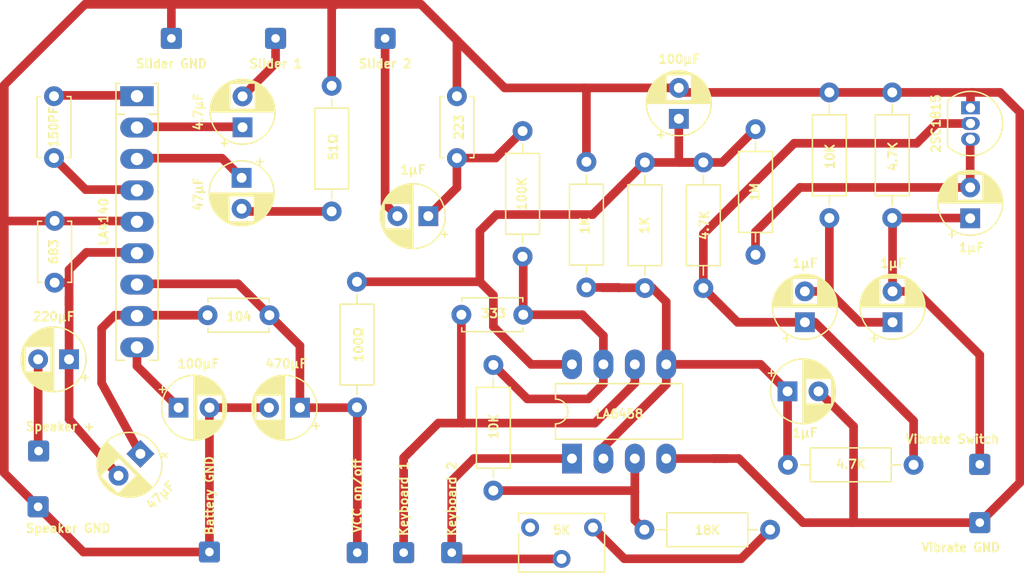
<source format=kicad_pcb>
(kicad_pcb (version 20221018) (generator pcbnew)
  (layers (0 "F.Cu" signal) (31 "B.Cu" signal) (34 "B.Paste" user) (35 "F.Paste" user) (36 "B.SilkS" user "B.Silkscreen") (37 "F.SilkS" user "F.Silkscreen") (38 "B.Mask" user) (39 "F.Mask" user) (44 "Edge.Cuts" user))
  (net 0 "")
  (net 1 "Net-(C1-Pad2)")
  (net 2 "Net-(C1-Pad1)")
  (net 3 "GND")
  (net 4 "VCC")
  (net 5 "Net-(C3-Pad2)")
  (net 6 "W")
  (net 7 "O")
  (net 8 "Net-(C5-Pad1)")
  (net 9 "Net-(C6-Pad2)")
  (net 10 "Net-(C6-Pad1)")
  (net 11 "Net-(C7-Pad1)")
  (net 12 "Net-(C9-Pad1)")
  (net 13 "Net-(C10-Pad1)")
  (net 14 "G")
  (net 15 "Net-(C11-Pad1)")
  (net 16 "Net-(C13-Pad2)")
  (net 17 "V")
  (net 18 "Y")
  (net 19 "Net-(C14-Pad1)")
  (net 20 "Net-(C15-Pad1)")
  (net 21 "Net-(C16-Pad1)")
  (net 22 "Net-(C17-Pad1)")
  (net 23 "P")
  (net 24 "Net-(R11-Pad1)")
  (net 25 "Net-(R12-Pad1)")
  (footprint "Capacitor_THT:C_Disc_D4.7mm_W2.5mm_P5.00mm" (layer "F.Cu") (at 160.0454 74.8792 -90)
    (fp_text reference "C1" hide)
    (fp_text value "150PF" (at 2.5 0.0254 90) (layer "F.SilkS") (effects (font (size 0.7 0.7))))
    (pad "1" thru_hole circle (at 0 0 270) (size 1.6 1.6) (drill 0.8) (layers "*.Cu" "*.Mask") (net 2 "Net-(C1-Pad1)"))
    (pad "2" thru_hole circle (at 5 0 270) (size 1.6 1.6) (drill 0.8) (layers "*.Cu" "*.Mask") (net 1 "Net-(C1-Pad2)"))
  )
  (footprint "Capacitor_THT:CP_Radial_D5.0mm_P2.50mm" (layer "F.Cu") (at 179.9209 100.076 180)
    (fp_text reference "C2" hide)
    (fp_text value "470µF" (at 1.1049 3.556) (layer "F.SilkS") (effects (font (size 0.7 0.7))))
    (pad "1" thru_hole rect (at 0 0 180) (size 1.6 1.6) (drill 0.8) (layers "*.Cu" "*.Mask") (net 4 "VCC"))
    (pad "2" thru_hole circle (at 2.5 0 180) (size 1.6 1.6) (drill 0.8) (layers "*.Cu" "*.Mask") (net 3 "GND"))
  )
  (footprint "Capacitor_THT:C_Disc_D4.7mm_W2.5mm_P5.00mm" (layer "F.Cu") (at 160.0962 84.963 -90)
    (fp_text reference "C3" hide)
    (fp_text value "683" (at 2.5 0.0762 90) (layer "F.SilkS") (effects (font (size 0.7 0.7))))
    (pad "1" thru_hole circle (at 0 0 270) (size 1.6 1.6) (drill 0.8) (layers "*.Cu" "*.Mask") (net 3 "GND"))
    (pad "2" thru_hole circle (at 5 0 270) (size 1.6 1.6) (drill 0.8) (layers "*.Cu" "*.Mask") (net 5 "Net-(C3-Pad2)"))
  )
  (footprint "Capacitor_THT:CP_Radial_D5.0mm_P2.50mm" (layer "F.Cu") (at 161.2646 96.1644 180)
    (fp_text reference "C4" hide)
    (fp_text value "220µF" (at 1.25 3.4544) (layer "F.SilkS") (effects (font (size 0.7 0.7))))
    (pad "1" thru_hole rect (at 0 0 180) (size 1.6 1.6) (drill 0.8) (layers "*.Cu" "*.Mask") (net 5 "Net-(C3-Pad2)"))
    (pad "2" thru_hole circle (at 2.5 0 180) (size 1.6 1.6) (drill 0.8) (layers "*.Cu" "*.Mask") (net 6 "W"))
  )
  (footprint "Capacitor_THT:CP_Radial_D5.0mm_P2.50mm" (layer "F.Cu") (at 175.2854 77.3938 90)
    (fp_text reference "C5" hide)
    (fp_text value "4.7µF" (at 1.25 -3.5814 90) (layer "F.SilkS") (effects (font (size 0.7 0.7))))
    (pad "1" thru_hole rect (at 0 0 90) (size 1.6 1.6) (drill 0.8) (layers "*.Cu" "*.Mask") (net 8 "Net-(C5-Pad1)"))
    (pad "2" thru_hole circle (at 2.5 0 90) (size 1.6 1.6) (drill 0.8) (layers "*.Cu" "*.Mask") (net 7 "O"))
  )
  (footprint "Capacitor_THT:CP_Radial_D5.0mm_P2.50mm" (layer "F.Cu") (at 175.2092 81.4832 -90)
    (fp_text reference "C6" hide)
    (fp_text value "47µF" (at 1.3208 3.5052 270) (layer "F.SilkS") (effects (font (size 0.7 0.7))))
    (pad "1" thru_hole rect (at 0 0 270) (size 1.6 1.6) (drill 0.8) (layers "*.Cu" "*.Mask") (net 10 "Net-(C6-Pad1)"))
    (pad "2" thru_hole circle (at 2.5 0 270) (size 1.6 1.6) (drill 0.8) (layers "*.Cu" "*.Mask") (net 9 "Net-(C6-Pad2)"))
  )
  (footprint "Capacitor_THT:CP_Radial_D5.0mm_P2.50mm" (layer "F.Cu") (at 167.0304 103.8098 -135)
    (fp_text reference "C7" hide)
    (fp_text value "47µF" (at 1.239275 -3.538221 45) (layer "F.SilkS") (effects (font (size 0.7 0.7))))
    (pad "1" thru_hole rect (at 0 0 225) (size 1.6 1.6) (drill 0.8) (layers "*.Cu" "*.Mask") (net 11 "Net-(C7-Pad1)"))
    (pad "2" thru_hole circle (at 2.5 0 225) (size 1.6 1.6) (drill 0.8) (layers "*.Cu" "*.Mask") (net 5 "Net-(C3-Pad2)"))
  )
  (footprint "Capacitor_THT:C_Disc_D4.7mm_W2.5mm_P5.00mm" (layer "F.Cu") (at 177.4571 92.5957 180)
    (fp_text reference "C8" hide)
    (fp_text value "104" (at 2.4511 -0.1143) (layer "F.SilkS") (effects (font (size 0.7 0.7))))
    (pad "1" thru_hole circle (at 0 0 180) (size 1.6 1.6) (drill 0.8) (layers "*.Cu" "*.Mask") (net 4 "VCC"))
    (pad "2" thru_hole circle (at 5 0 180) (size 1.6 1.6) (drill 0.8) (layers "*.Cu" "*.Mask") (net 11 "Net-(C7-Pad1)"))
  )
  (footprint "Capacitor_THT:CP_Radial_D5.0mm_P2.50mm" (layer "F.Cu") (at 170.1165 100.076)
    (fp_text reference "C9" hide)
    (fp_text value "100µF" (at 1.5875 -3.556) (layer "F.SilkS") (effects (font (size 0.7 0.7))))
    (pad "1" thru_hole rect (at 0 0) (size 1.6 1.6) (drill 0.8) (layers "*.Cu" "*.Mask") (net 12 "Net-(C9-Pad1)"))
    (pad "2" thru_hole circle (at 2.5 0) (size 1.6 1.6) (drill 0.8) (layers "*.Cu" "*.Mask") (net 3 "GND"))
  )
  (footprint "Capacitor_THT:CP_Radial_D5.0mm_P2.50mm" (layer "F.Cu") (at 210.5406 76.708 90)
    (fp_text reference "C10" hide)
    (fp_text value "100µF" (at 4.826 0.0254 180) (layer "F.SilkS") (effects (font (size 0.7 0.7))))
    (pad "1" thru_hole rect (at 0 0 90) (size 1.6 1.6) (drill 0.8) (layers "*.Cu" "*.Mask") (net 13 "Net-(C10-Pad1)"))
    (pad "2" thru_hole circle (at 2.5 0 90) (size 1.6 1.6) (drill 0.8) (layers "*.Cu" "*.Mask") (net 3 "GND"))
  )
  (footprint "Capacitor_THT:CP_Radial_D5.0mm_P2.50mm" (layer "F.Cu") (at 190.2968 84.582 180)
    (fp_text reference "C11" hide)
    (fp_text value "1µF" (at 1.25 3.75) (layer "F.SilkS") (effects (font (size 0.7 0.7))))
    (pad "1" thru_hole rect (at 0 0 180) (size 1.6 1.6) (drill 0.8) (layers "*.Cu" "*.Mask") (net 15 "Net-(C11-Pad1)"))
    (pad "2" thru_hole circle (at 2.5 0 180) (size 1.6 1.6) (drill 0.8) (layers "*.Cu" "*.Mask") (net 14 "G"))
  )
  (footprint "Capacitor_THT:C_Disc_D4.7mm_W2.5mm_P5.00mm" (layer "F.Cu") (at 192.6082 79.883 90)
    (fp_text reference "C12" hide)
    (fp_text value "223" (at 2.5 0.1778 90) (layer "F.SilkS") (effects (font (size 0.7 0.7))))
    (pad "1" thru_hole circle (at 0 0 90) (size 1.6 1.6) (drill 0.8) (layers "*.Cu" "*.Mask") (net 15 "Net-(C11-Pad1)"))
    (pad "2" thru_hole circle (at 5 0 90) (size 1.6 1.6) (drill 0.8) (layers "*.Cu" "*.Mask") (net 3 "GND"))
  )
  (footprint "Capacitor_THT:CP_Radial_D5.0mm_P2.50mm" (layer "F.Cu") (at 234.0864 84.7598 90)
    (fp_text reference "C13" hide)
    (fp_text value "1µF" (at -2.3622 0.1016 180) (layer "F.SilkS") (effects (font (size 0.7 0.7))))
    (pad "1" thru_hole rect (at 0 0 90) (size 1.6 1.6) (drill 0.8) (layers "*.Cu" "*.Mask") (net 17 "V"))
    (pad "2" thru_hole circle (at 2.5 0 90) (size 1.6 1.6) (drill 0.8) (layers "*.Cu" "*.Mask") (net 16 "Net-(C13-Pad2)"))
  )
  (footprint "Capacitor_THT:C_Disc_D4.7mm_W2.5mm_P5.00mm" (layer "F.Cu") (at 197.9676 92.5576 180)
    (fp_text reference "C14" hide)
    (fp_text value "333" (at 2.3876 0.1016) (layer "F.SilkS") (effects (font (size 0.7 0.7))))
    (pad "1" thru_hole circle (at 0 0 180) (size 1.6 1.6) (drill 0.8) (layers "*.Cu" "*.Mask") (net 19 "Net-(C14-Pad1)"))
    (pad "2" thru_hole circle (at 5 0 180) (size 1.6 1.6) (drill 0.8) (layers "*.Cu" "*.Mask") (net 18 "Y"))
  )
  (footprint "Capacitor_THT:CP_Radial_D5.0mm_P2.50mm" (layer "F.Cu") (at 227.8126 93.1672 90)
    (fp_text reference "C15" hide)
    (fp_text value "1µF" (at 4.7752 0.0254 180) (layer "F.SilkS") (effects (font (size 0.7 0.7))))
    (pad "1" thru_hole rect (at 0 0 90) (size 1.6 1.6) (drill 0.8) (layers "*.Cu" "*.Mask") (net 20 "Net-(C15-Pad1)"))
    (pad "2" thru_hole circle (at 2.5 0 90) (size 1.6 1.6) (drill 0.8) (layers "*.Cu" "*.Mask") (net 17 "V"))
  )
  (footprint "Capacitor_THT:CP_Radial_D5.0mm_P2.50mm" (layer "F.Cu") (at 219.329 98.7552)
    (fp_text reference "C16" hide)
    (fp_text value "1µF" (at 1.397 3.3528) (layer "F.SilkS") (effects (font (size 0.7 0.7))))
    (pad "1" thru_hole rect (at 0 0) (size 1.6 1.6) (drill 0.8) (layers "*.Cu" "*.Mask") (net 21 "Net-(C16-Pad1)"))
    (pad "2" thru_hole circle (at 2.5 0) (size 1.6 1.6) (drill 0.8) (layers "*.Cu" "*.Mask") (net 3 "GND"))
  )
  (footprint "Capacitor_THT:CP_Radial_D5.0mm_P2.50mm" (layer "F.Cu") (at 220.726 93.1672 90)
    (fp_text reference "C17" hide)
    (fp_text value "1µF" (at 4.7752 0 180) (layer "F.SilkS") (effects (font (size 0.7 0.7))))
    (pad "1" thru_hole rect (at 0 0 90) (size 1.6 1.6) (drill 0.8) (layers "*.Cu" "*.Mask") (net 22 "Net-(C17-Pad1)"))
    (pad "2" thru_hole circle (at 2.5 0 90) (size 1.6 1.6) (drill 0.8) (layers "*.Cu" "*.Mask") (net 20 "Net-(C15-Pad1)"))
  )
  (footprint "Connector_Wire:SolderWire-0.15sqmm_1x01_D0.5mm_OD1.5mm" (layer "F.Cu") (at 158.7627 108.0897)
    (fp_text reference "J2" hide)
    (fp_text value "Speaker GND" (at 2.4257 1.7399) (layer "F.SilkS") (effects (font (size 0.7 0.7))))
    (pad "1" thru_hole roundrect (at 0 0) (size 1.7 1.7) (drill 0.7) (layers "*.Cu" "*.Mask") (roundrect_rratio 0.147059) (net 3 "GND"))
  )
  (footprint "Connector_Wire:SolderWire-0.15sqmm_1x01_D0.5mm_OD1.5mm" (layer "F.Cu") (at 169.5323 70.2056)
    (fp_text reference "J3" hide)
    (fp_text value "Slider GND" (at 0 2.05) (layer "F.SilkS") (effects (font (size 0.7 0.7))))
    (pad "1" thru_hole roundrect (at 0 0) (size 1.7 1.7) (drill 0.7) (layers "*.Cu" "*.Mask") (roundrect_rratio 0.147059) (net 3 "GND"))
  )
  (footprint "Connector_Wire:SolderWire-0.15sqmm_1x01_D0.5mm_OD1.5mm" (layer "F.Cu") (at 234.8611 109.3724)
    (fp_text reference "J4" hide)
    (fp_text value "Vibrate GND" (at -1.5367 2.0066) (layer "F.SilkS") (effects (font (size 0.7 0.7))))
    (pad "1" thru_hole roundrect (at 0 0) (size 1.7 1.7) (drill 0.7) (layers "*.Cu" "*.Mask") (roundrect_rratio 0.147059) (net 3 "GND"))
  )
  (footprint "Connector_Wire:SolderWire-0.15sqmm_1x01_D0.5mm_OD1.5mm" (layer "F.Cu") (at 184.5564 111.7981)
    (fp_text reference "J5" hide)
    (fp_text value "VCC on/off" (at 0 -4.6101 90) (layer "F.SilkS") (effects (font (size 0.7 0.7))))
    (pad "1" thru_hole roundrect (at 0 0) (size 1.7 1.7) (drill 0.7) (layers "*.Cu" "*.Mask") (roundrect_rratio 0.147059) (net 4 "VCC"))
  )
  (footprint "Connector_Wire:SolderWire-0.15sqmm_1x01_D0.5mm_OD1.5mm" (layer "F.Cu") (at 158.8008 103.5812)
    (fp_text reference "J6" hide)
    (fp_text value "Speaker +" (at 1.7526 -1.9812) (layer "F.SilkS") (effects (font (size 0.7 0.7))))
    (pad "1" thru_hole roundrect (at 0 0) (size 1.7 1.7) (drill 0.7) (layers "*.Cu" "*.Mask") (roundrect_rratio 0.147059) (net 6 "W"))
  )
  (footprint "Connector_Wire:SolderWire-0.15sqmm_1x01_D0.5mm_OD1.5mm" (layer "F.Cu") (at 177.9524 70.2056)
    (fp_text reference "J7" hide)
    (fp_text value "Slider 1" (at 0 2.05) (layer "F.SilkS") (effects (font (size 0.7 0.7))))
    (pad "1" thru_hole roundrect (at 0 0) (size 1.7 1.7) (drill 0.7) (layers "*.Cu" "*.Mask") (roundrect_rratio 0.147059) (net 7 "O"))
  )
  (footprint "Connector_Wire:SolderWire-0.15sqmm_1x01_D0.5mm_OD1.5mm" (layer "F.Cu") (at 186.8043 70.2056)
    (fp_text reference "J8" hide)
    (fp_text value "Slider 2" (at 0 2.05) (layer "F.SilkS") (effects (font (size 0.7 0.7))))
    (pad "1" thru_hole roundrect (at 0 0) (size 1.7 1.7) (drill 0.7) (layers "*.Cu" "*.Mask") (roundrect_rratio 0.147059) (net 14 "G"))
  )
  (footprint "Connector_Wire:SolderWire-0.15sqmm_1x01_D0.5mm_OD1.5mm" (layer "F.Cu") (at 188.3029 111.7981)
    (fp_text reference "J9" hide)
    (fp_text value "Keyboard 1" (at 0 -4.3561 90) (layer "F.SilkS") (effects (font (size 0.7 0.7))))
    (pad "1" thru_hole roundrect (at 0 0) (size 1.7 1.7) (drill 0.7) (layers "*.Cu" "*.Mask") (roundrect_rratio 0.147059) (net 18 "Y"))
  )
  (footprint "Connector_Wire:SolderWire-0.15sqmm_1x01_D0.5mm_OD1.5mm" (layer "F.Cu") (at 192.1891 111.7981)
    (fp_text reference "J10" hide)
    (fp_text value "Keyboard 2" (at 0 -4.3561 90) (layer "F.SilkS") (effects (font (size 0.7 0.7))))
    (pad "1" thru_hole roundrect (at 0 0) (size 1.7 1.7) (drill 0.7) (layers "*.Cu" "*.Mask") (roundrect_rratio 0.147059) (net 23 "P"))
  )
  (footprint "Connector_Wire:SolderWire-0.15sqmm_1x01_D0.5mm_OD1.5mm" (layer "F.Cu") (at 234.8611 104.6607)
    (fp_text reference "J11" hide)
    (fp_text value "Vibrate Switch" (at -2.1971 -2.0447) (layer "F.SilkS") (effects (font (size 0.7 0.7))))
    (pad "1" thru_hole roundrect (at 0 0) (size 1.7 1.7) (drill 0.7) (layers "*.Cu" "*.Mask") (roundrect_rratio 0.147059) (net 17 "V"))
  )
  (footprint "Package_TO_SOT_THT:TO-92_Inline" (layer "F.Cu") (at 234.1118 75.819 -90)
    (fp_text reference "Q1" hide)
    (fp_text value "2SC1815" (at 1.27 2.79 90) (layer "F.SilkS") (effects (font (size 0.7 0.7))))
    (pad "1" thru_hole rect (at 0 0 270) (size 1.05 1.5) (drill 0.75) (layers "*.Cu" "*.Mask") (net 3 "GND"))
    (pad "2" thru_hole oval (at 1.27 0 270) (size 1.05 1.5) (drill 0.75) (layers "*.Cu" "*.Mask") (net 22 "Net-(C17-Pad1)"))
    (pad "3" thru_hole oval (at 2.54 0 270) (size 1.05 1.5) (drill 0.75) (layers "*.Cu" "*.Mask") (net 16 "Net-(C13-Pad2)"))
  )
  (footprint "Resistor_THT:R_Axial_DIN0207_L6.3mm_D2.5mm_P10.16mm_Horizontal" (layer "F.Cu") (at 182.4863 84.201 90)
    (fp_text reference "R1" hide)
    (fp_text value "51Ω" (at 5.207 0.1397 90) (layer "F.SilkS") (effects (font (size 0.7 0.7))))
    (pad "1" thru_hole circle (at 0 0 90) (size 1.6 1.6) (drill 0.8) (layers "*.Cu" "*.Mask") (net 9 "Net-(C6-Pad2)"))
    (pad "2" thru_hole oval (at 10.16 0 90) (size 1.6 1.6) (drill 0.8) (layers "*.Cu" "*.Mask") (net 3 "GND"))
  )
  (footprint "Resistor_THT:R_Axial_DIN0207_L6.3mm_D2.5mm_P10.16mm_Horizontal" (layer "F.Cu") (at 184.531 89.8906 -90)
    (fp_text reference "R2" hide)
    (fp_text value "100Ω" (at 5.08 -0.127 90) (layer "F.SilkS") (effects (font (size 0.7 0.7))))
    (pad "1" thru_hole circle (at 0 0 270) (size 1.6 1.6) (drill 0.8) (layers "*.Cu" "*.Mask") (net 13 "Net-(C10-Pad1)"))
    (pad "2" thru_hole oval (at 10.16 0 270) (size 1.6 1.6) (drill 0.8) (layers "*.Cu" "*.Mask") (net 4 "VCC"))
  )
  (footprint "Resistor_THT:R_Axial_DIN0207_L6.3mm_D2.5mm_P10.16mm_Horizontal" (layer "F.Cu") (at 212.5218 90.3986 90)
    (fp_text reference "R3" hide)
    (fp_text value "4.7K" (at 5.08 0.0762 90) (layer "F.SilkS") (effects (font (size 0.7 0.7))))
    (pad "1" thru_hole circle (at 0 0 90) (size 1.6 1.6) (drill 0.8) (layers "*.Cu" "*.Mask") (net 22 "Net-(C17-Pad1)"))
    (pad "2" thru_hole oval (at 10.16 0 90) (size 1.6 1.6) (drill 0.8) (layers "*.Cu" "*.Mask") (net 13 "Net-(C10-Pad1)"))
  )
  (footprint "Resistor_THT:R_Axial_DIN0207_L6.3mm_D2.5mm_P10.16mm_Horizontal" (layer "F.Cu") (at 216.7382 87.7062 90)
    (fp_text reference "R4" hide)
    (fp_text value "1M" (at 5.08 -0.0762 90) (layer "F.SilkS") (effects (font (size 0.7 0.7))))
    (pad "1" thru_hole circle (at 0 0 90) (size 1.6 1.6) (drill 0.8) (layers "*.Cu" "*.Mask") (net 16 "Net-(C13-Pad2)"))
    (pad "2" thru_hole oval (at 10.16 0 90) (size 1.6 1.6) (drill 0.8) (layers "*.Cu" "*.Mask") (net 13 "Net-(C10-Pad1)"))
  )
  (footprint "Resistor_THT:R_Axial_DIN0207_L6.3mm_D2.5mm_P10.16mm_Horizontal" (layer "F.Cu") (at 197.9168 77.6986 -90)
    (fp_text reference "R5" hide)
    (fp_text value "100K" (at 5.08 0.0508 90) (layer "F.SilkS") (effects (font (size 0.7 0.7))))
    (pad "1" thru_hole circle (at 0 0 270) (size 1.6 1.6) (drill 0.8) (layers "*.Cu" "*.Mask") (net 15 "Net-(C11-Pad1)"))
    (pad "2" thru_hole oval (at 10.16 0 270) (size 1.6 1.6) (drill 0.8) (layers "*.Cu" "*.Mask") (net 19 "Net-(C14-Pad1)"))
  )
  (footprint "Resistor_THT:R_Axial_DIN0207_L6.3mm_D2.5mm_P10.16mm_Horizontal" (layer "F.Cu") (at 207.7974 90.3986 90)
    (fp_text reference "R6" hide)
    (fp_text value "1K" (at 5.08 -0.0254 90) (layer "F.SilkS") (effects (font (size 0.7 0.7))))
    (pad "1" thru_hole circle (at 0 0 90) (size 1.6 1.6) (drill 0.8) (layers "*.Cu" "*.Mask") (net 21 "Net-(C16-Pad1)"))
    (pad "2" thru_hole oval (at 10.16 0 90) (size 1.6 1.6) (drill 0.8) (layers "*.Cu" "*.Mask") (net 13 "Net-(C10-Pad1)"))
  )
  (footprint "Resistor_THT:R_Axial_DIN0207_L6.3mm_D2.5mm_P10.16mm_Horizontal" (layer "F.Cu") (at 227.7872 84.7344 90)
    (fp_text reference "R7" hide)
    (fp_text value "4.7K" (at 4.9784 0.0508 90) (layer "F.SilkS") (effects (font (size 0.7 0.7))))
    (pad "1" thru_hole circle (at 0 0 90) (size 1.6 1.6) (drill 0.8) (layers "*.Cu" "*.Mask") (net 17 "V"))
    (pad "2" thru_hole oval (at 10.16 0 90) (size 1.6 1.6) (drill 0.8) (layers "*.Cu" "*.Mask") (net 3 "GND"))
  )
  (footprint "Resistor_THT:R_Axial_DIN0207_L6.3mm_D2.5mm_P10.16mm_Horizontal" (layer "F.Cu") (at 203.073 80.1878 -90)
    (fp_text reference "R8" hide)
    (fp_text value "1K" (at 5.1562 0.127 90) (layer "F.SilkS") (effects (font (size 0.7 0.7))))
    (pad "1" thru_hole circle (at 0 0 270) (size 1.6 1.6) (drill 0.8) (layers "*.Cu" "*.Mask") (net 3 "GND"))
    (pad "2" thru_hole oval (at 10.16 0 270) (size 1.6 1.6) (drill 0.8) (layers "*.Cu" "*.Mask") (net 21 "Net-(C16-Pad1)"))
  )
  (footprint "Resistor_THT:R_Axial_DIN0207_L6.3mm_D2.5mm_P10.16mm_Horizontal" (layer "F.Cu") (at 222.7072 84.7344 90)
    (fp_text reference "R9" hide)
    (fp_text value "10K" (at 4.9784 0.0508 90) (layer "F.SilkS") (effects (font (size 0.7 0.7))))
    (pad "1" thru_hole circle (at 0 0 90) (size 1.6 1.6) (drill 0.8) (layers "*.Cu" "*.Mask") (net 20 "Net-(C15-Pad1)"))
    (pad "2" thru_hole oval (at 10.16 0 90) (size 1.6 1.6) (drill 0.8) (layers "*.Cu" "*.Mask") (net 3 "GND"))
  )
  (footprint "Resistor_THT:R_Axial_DIN0207_L6.3mm_D2.5mm_P10.16mm_Horizontal" (layer "F.Cu") (at 229.5144 104.6988 180)
    (fp_text reference "R10" hide)
    (fp_text value "4.7K" (at 5.08 0.0508) (layer "F.SilkS") (effects (font (size 0.7 0.7))))
    (pad "1" thru_hole circle (at 0 0 180) (size 1.6 1.6) (drill 0.8) (layers "*.Cu" "*.Mask") (net 22 "Net-(C17-Pad1)"))
    (pad "2" thru_hole oval (at 10.16 0 180) (size 1.6 1.6) (drill 0.8) (layers "*.Cu" "*.Mask") (net 21 "Net-(C16-Pad1)"))
  )
  (footprint "Resistor_THT:R_Axial_DIN0207_L6.3mm_D2.5mm_P10.16mm_Horizontal" (layer "F.Cu") (at 195.5546 106.7816 90)
    (fp_text reference "R11" hide)
    (fp_text value "10K" (at 5.1816 0.0254 90) (layer "F.SilkS") (effects (font (size 0.7 0.7))))
    (pad "1" thru_hole circle (at 0 0 90) (size 1.6 1.6) (drill 0.8) (layers "*.Cu" "*.Mask") (net 24 "Net-(R11-Pad1)"))
    (pad "2" thru_hole oval (at 10.16 0 90) (size 1.6 1.6) (drill 0.8) (layers "*.Cu" "*.Mask") (net 19 "Net-(C14-Pad1)"))
  )
  (footprint "Resistor_THT:R_Axial_DIN0207_L6.3mm_D2.5mm_P10.16mm_Horizontal" (layer "F.Cu") (at 217.9193 109.9439 180)
    (fp_text reference "R12" hide)
    (fp_text value "18K" (at 5.0673 -0.0381) (layer "F.SilkS") (effects (font (size 0.7 0.7))))
    (pad "1" thru_hole circle (at 0 0 180) (size 1.6 1.6) (drill 0.8) (layers "*.Cu" "*.Mask") (net 25 "Net-(R12-Pad1)"))
    (pad "2" thru_hole oval (at 10.16 0 180) (size 1.6 1.6) (drill 0.8) (layers "*.Cu" "*.Mask") (net 24 "Net-(R11-Pad1)"))
  )
  (footprint "Potentiometer_THT:Potentiometer_Bourns_3266W_Vertical" (layer "F.Cu") (at 203.6064 109.7661)
    (fp_text reference "R13" hide)
    (fp_text value "5K" (at -2.54 0.2159) (layer "F.SilkS") (effects (font (size 0.7 0.7))))
    (pad "1" thru_hole circle (at 0 0) (size 1.44 1.44) (drill 0.8) (layers "*.Cu" "*.Mask") (net 25 "Net-(R12-Pad1)"))
    (pad "2" thru_hole circle (at -2.54 2.54) (size 1.44 1.44) (drill 0.8) (layers "*.Cu" "*.Mask") (net 23 "P"))
    (pad "3" thru_hole circle (at -5.08 0) (size 1.44 1.44) (drill 0.8) (layers "*.Cu" "*.Mask"))
  )
  (footprint "Package_DIP:DIP-8_W7.62mm_LongPads" (layer "F.Cu") (at 201.9046 104.1908 90)
    (fp_text reference "U1" hide)
    (fp_text value "LA6458" (at 3.6068 3.8354 180) (layer "F.SilkS") (effects (font (size 0.7 0.7))))
    (pad "1" thru_hole rect (at 0 0 90) (size 2.4 1.6) (drill 0.8) (layers "*.Cu" "*.Mask") (net 23 "P"))
    (pad "2" thru_hole oval (at 0 2.54 90) (size 2.4 1.6) (drill 0.8) (layers "*.Cu" "*.Mask") (net 21 "Net-(C16-Pad1)"))
    (pad "3" thru_hole oval (at 0 5.08 90) (size 2.4 1.6) (drill 0.8) (layers "*.Cu" "*.Mask") (net 24 "Net-(R11-Pad1)"))
    (pad "4" thru_hole oval (at 0 7.62 90) (size 2.4 1.6) (drill 0.8) (layers "*.Cu" "*.Mask") (net 3 "GND"))
    (pad "5" thru_hole oval (at 7.62 7.62 90) (size 2.4 1.6) (drill 0.8) (layers "*.Cu" "*.Mask") (net 21 "Net-(C16-Pad1)"))
    (pad "6" thru_hole oval (at 7.62 5.08 90) (size 2.4 1.6) (drill 0.8) (layers "*.Cu" "*.Mask") (net 18 "Y"))
    (pad "7" thru_hole oval (at 7.62 2.54 90) (size 2.4 1.6) (drill 0.8) (layers "*.Cu" "*.Mask") (net 19 "Net-(C14-Pad1)"))
    (pad "8" thru_hole oval (at 7.62 0 90) (size 2.4 1.6) (drill 0.8) (layers "*.Cu" "*.Mask") (net 13 "Net-(C10-Pad1)"))
  )
  (footprint "Connector_Wire:SolderWire-0.15sqmm_1x01_D0.5mm_OD1.5mm" (layer "F.Cu") (at 172.6057 111.7473)
    (fp_text reference "J1" hide)
    (fp_text value "Battery GND" (at 0 -4.5593 90) (layer "F.SilkS") (effects (font (size 0.7 0.7))))
    (pad "1" thru_hole roundrect (at 0 0) (size 1.7 1.7) (drill 0.7) (layers "*.Cu" "*.Mask") (roundrect_rratio 0.147059) (net 3 "GND"))
  )
  (footprint "Package_SIP:SIP9_Housing_BigPads" (layer "F.Cu") (at 166.751 74.8792 -90)
    (fp_text reference "U2" hide)
    (fp_text value "LA4140" (at 10.16 2.7 90) (layer "F.SilkS") (effects (font (size 0.7 0.7))))
    (pad "1" thru_hole rect (at 0 0) (size 2.7 1.6) (drill 1) (layers "*.Cu" "*.Mask") (net 2 "Net-(C1-Pad1)"))
    (pad "2" thru_hole oval (at 2.54 0) (size 2.7 1.6) (drill 1) (layers "*.Cu" "*.Mask") (net 8 "Net-(C5-Pad1)"))
    (pad "3" thru_hole oval (at 5.08 0) (size 2.7 1.6) (drill 1) (layers "*.Cu" "*.Mask") (net 10 "Net-(C6-Pad1)"))
    (pad "4" thru_hole oval (at 7.62 0) (size 2.7 1.6) (drill 1) (layers "*.Cu" "*.Mask") (net 1 "Net-(C1-Pad2)"))
    (pad "5" thru_hole oval (at 10.16 0) (size 2.7 1.6) (drill 1) (layers "*.Cu" "*.Mask") (net 3 "GND"))
    (pad "6" thru_hole oval (at 12.7 0) (size 2.7 1.6) (drill 1) (layers "*.Cu" "*.Mask") (net 5 "Net-(C3-Pad2)"))
    (pad "7" thru_hole oval (at 15.24 0) (size 2.7 1.6) (drill 1) (layers "*.Cu" "*.Mask") (net 4 "VCC"))
    (pad "8" thru_hole oval (at 17.78 0) (size 2.7 1.6) (drill 1) (layers "*.Cu" "*.Mask") (net 11 "Net-(C7-Pad1)"))
    (pad "9" thru_hole oval (at 20.32 0) (size 2.7 1.6) (drill 1) (layers "*.Cu" "*.Mask") (net 12 "Net-(C9-Pad1)"))
  )
  (segment (start 162.6019 82.4357) (end 160.0454 79.8792) (width 0.7) (layer "F.Cu") (net 1))
  (segment (start 166.751 82.4357) (end 162.6019 82.4357) (width 0.7) (layer "F.Cu") (net 1))
  (segment (start 160.1089 74.8157) (end 160.0454 74.8792) (width 0.7) (layer "F.Cu") (net 2))
  (segment (start 166.751 74.8157) (end 160.1089 74.8157) (width 0.7) (layer "F.Cu") (net 2))
  (segment (start 169.3545 67.4497) (end 182.7784 67.4497) (width 0.7) (layer "F.Cu") (net 3))
  (segment (start 221.829 98.7552) (end 224.663 101.5892) (width 0.7) (layer "F.Cu") (net 3))
  (segment (start 169.5323 70.2056) (end 169.5323 67.6275) (width 0.7) (layer "F.Cu") (net 3))
  (segment (start 224.536 109.3724) (end 220.5736 109.3724) (width 0.7) (layer "F.Cu") (net 3))
  (segment (start 203.073 74.3966) (end 202.8844 74.208) (width 0.7) (layer "F.Cu") (net 3))
  (segment (start 156.0322 84.8868) (end 156.0322 73.9648) (width 0.7) (layer "F.Cu") (net 3))
  (segment (start 227.7872 74.5744) (end 222.7072 74.5744) (width 0.7) (layer "F.Cu") (net 3))
  (segment (start 162.4203 111.7473) (end 158.7627 108.0897) (width 0.7) (layer "F.Cu") (net 3))
  (segment (start 209.5246 104.1908) (end 213.3854 104.1908) (width 0.7) (layer "F.Cu") (net 3))
  (segment (start 192.0494 69.7992) (end 192.6082 70.358) (width 0.7) (layer "F.Cu") (net 3))
  (segment (start 222.7072 74.5744) (end 210.907 74.5744) (width 0.7) (layer "F.Cu") (net 3))
  (segment (start 182.4863 74.041) (end 182.4863 67.7418) (width 0.7) (layer "F.Cu") (net 3))
  (segment (start 189.6999 67.4497) (end 192.0494 69.7992) (width 0.7) (layer "F.Cu") (net 3))
  (segment (start 203.073 80.1878) (end 203.073 74.3966) (width 0.7) (layer "F.Cu") (net 3))
  (segment (start 196.4582 74.208) (end 192.0494 69.7992) (width 0.7) (layer "F.Cu") (net 3))
  (segment (start 238.0996 106.1339) (end 234.8611 109.3724) (width 0.7) (layer "F.Cu") (net 3))
  (segment (start 172.6057 111.7473) (end 172.6057 100.0868) (width 0.7) (layer "F.Cu") (net 3))
  (segment (start 202.8844 74.208) (end 196.4582 74.208) (width 0.7) (layer "F.Cu") (net 3))
  (segment (start 234.8611 109.3724) (end 224.536 109.3724) (width 0.7) (layer "F.Cu") (net 3))
  (segment (start 156.1211 84.9757) (end 156.0322 84.8868) (width 0.7) (layer "F.Cu") (net 3))
  (segment (start 234.2769 74.5744) (end 236.4994 74.5744) (width 0.7) (layer "F.Cu") (net 3))
  (segment (start 224.663 109.2454) (end 224.536 109.3724) (width 0.7) (layer "F.Cu") (net 3))
  (segment (start 234.1118 74.7395) (end 234.2769 74.5744) (width 0.7) (layer "F.Cu") (net 3))
  (segment (start 213.3854 104.1908) (end 214.4014 104.1908) (width 0.7) (layer "F.Cu") (net 3))
  (segment (start 156.0322 84.8868) (end 156.0322 105.3592) (width 0.7) (layer "F.Cu") (net 3))
  (segment (start 238.0996 76.1746) (end 238.0996 106.1339) (width 0.7) (layer "F.Cu") (net 3))
  (segment (start 192.6082 74.883) (end 192.6082 70.358) (width 0.7) (layer "F.Cu") (net 3))
  (segment (start 227.7872 74.5744) (end 234.2769 74.5744) (width 0.7) (layer "F.Cu") (net 3))
  (segment (start 177.4209 100.076) (end 172.6165 100.076) (width 0.7) (layer "F.Cu") (net 3))
  (segment (start 236.4994 74.5744) (end 238.0996 76.1746) (width 0.7) (layer "F.Cu") (net 3))
  (segment (start 210.907 74.5744) (end 210.5406 74.208) (width 0.7) (layer "F.Cu") (net 3))
  (segment (start 172.6057 111.7473) (end 162.4203 111.7473) (width 0.7) (layer "F.Cu") (net 3))
  (segment (start 220.5736 109.3724) (end 215.392 104.1908) (width 0.7) (layer "F.Cu") (net 3))
  (segment (start 166.751 84.9757) (end 156.1211 84.9757) (width 0.7) (layer "F.Cu") (net 3))
  (segment (start 156.0322 105.3592) (end 158.7627 108.0897) (width 0.7) (layer "F.Cu") (net 3))
  (segment (start 162.5473 67.4497) (end 169.3545 67.4497) (width 0.7) (layer "F.Cu") (net 3))
  (segment (start 182.7784 67.4497) (end 189.6999 67.4497) (width 0.7) (layer "F.Cu") (net 3))
  (segment (start 234.1118 75.819) (end 234.1118 74.7395) (width 0.7) (layer "F.Cu") (net 3))
  (segment (start 169.5323 67.6275) (end 169.3545 67.4497) (width 0.7) (layer "F.Cu") (net 3))
  (segment (start 156.0322 73.9648) (end 162.5473 67.4497) (width 0.7) (layer "F.Cu") (net 3))
  (segment (start 182.4863 67.7418) (end 182.7784 67.4497) (width 0.7) (layer "F.Cu") (net 3))
  (segment (start 215.392 104.1908) (end 213.3854 104.1908) (width 0.7) (layer "F.Cu") (net 3))
  (segment (start 224.663 101.5892) (end 224.663 109.2454) (width 0.7) (layer "F.Cu") (net 3))
  (segment (start 210.5406 74.208) (end 202.8844 74.208) (width 0.7) (layer "F.Cu") (net 3))
  (segment (start 172.6057 100.0868) (end 172.6165 100.076) (width 0.7) (layer "F.Cu") (net 3))
  (segment (start 174.9171 90.0557) (end 177.4571 92.5957) (width 0.7) (layer "F.Cu") (net 4))
  (segment (start 179.9209 100.076) (end 184.5056 100.076) (width 0.7) (layer "F.Cu") (net 4))
  (segment (start 184.5056 100.076) (end 184.531 100.0506) (width 0.7) (layer "F.Cu") (net 4))
  (segment (start 184.5564 111.7981) (end 184.5564 100.076) (width 0.7) (layer "F.Cu") (net 4))
  (segment (start 184.5564 100.076) (end 184.531 100.0506) (width 0.7) (layer "F.Cu") (net 4))
  (segment (start 179.9209 95.0595) (end 177.4571 92.5957) (width 0.7) (layer "F.Cu") (net 4))
  (segment (start 179.9209 100.076) (end 179.9209 95.0595) (width 0.7) (layer "F.Cu") (net 4))
  (segment (start 166.751 90.0557) (end 174.9171 90.0557) (width 0.7) (layer "F.Cu") (net 4))
  (segment (start 162.6616 87.5157) (end 161.2646 88.9127) (width 0.7) (layer "F.Cu") (net 5))
  (segment (start 160.0962 89.963) (end 161.1084 89.963) (width 0.7) (layer "F.Cu") (net 5))
  (segment (start 161.2646 101.0031) (end 161.2646 96.1644) (width 0.7) (layer "F.Cu") (net 5))
  (segment (start 161.2646 88.9127) (end 161.2646 90.1192) (width 0.7) (layer "F.Cu") (net 5))
  (segment (start 165.262633 105.577567) (end 161.2646 101.0031) (width 0.7) (layer "F.Cu") (net 5))
  (segment (start 166.751 87.5157) (end 162.6616 87.5157) (width 0.7) (layer "F.Cu") (net 5))
  (segment (start 161.2646 90.1192) (end 161.2646 91.7194) (width 0.7) (layer "F.Cu") (net 5))
  (segment (start 161.2646 91.7194) (end 161.2646 91.1314) (width 0.7) (layer "F.Cu") (net 5))
  (segment (start 161.1084 89.963) (end 161.2646 90.1192) (width 0.7) (layer "F.Cu") (net 5))
  (segment (start 161.2646 96.1644) (end 161.2646 91.7194) (width 0.7) (layer "F.Cu") (net 5))
  (segment (start 158.7646 103.545) (end 158.8008 103.5812) (width 0.7) (layer "F.Cu") (net 6))
  (segment (start 158.7646 96.1644) (end 158.7646 103.545) (width 0.7) (layer "F.Cu") (net 6))
  (segment (start 177.9524 72.2268) (end 175.2854 74.8938) (width 0.7) (layer "F.Cu") (net 7))
  (segment (start 177.9524 70.2056) (end 177.9524 72.2268) (width 0.7) (layer "F.Cu") (net 7))
  (segment (start 166.751 77.3557) (end 175.2473 77.3557) (width 0.7) (layer "F.Cu") (net 8))
  (segment (start 175.2473 77.3557) (end 175.2854 77.3938) (width 0.7) (layer "F.Cu") (net 8))
  (segment (start 175.427 84.201) (end 175.2092 83.9832) (width 0.7) (layer "F.Cu") (net 9))
  (segment (start 182.4863 84.201) (end 175.427 84.201) (width 0.7) (layer "F.Cu") (net 9))
  (segment (start 173.6217 79.8957) (end 175.2092 81.4832) (width 0.7) (layer "F.Cu") (net 10))
  (segment (start 166.751 79.8957) (end 173.6217 79.8957) (width 0.7) (layer "F.Cu") (net 10))
  (segment (start 166.751 92.5957) (end 172.4571 92.5957) (width 0.7) (layer "F.Cu") (net 11))
  (segment (start 163.8935 98.0821) (end 167.0304 103.8098) (width 0.7) (layer "F.Cu") (net 11))
  (segment (start 163.8935 93.6625) (end 163.8935 98.0821) (width 0.7) (layer "F.Cu") (net 11))
  (segment (start 166.751 92.5957) (end 164.9603 92.5957) (width 0.7) (layer "F.Cu") (net 11))
  (segment (start 164.9603 92.5957) (end 163.8935 93.6625) (width 0.7) (layer "F.Cu") (net 11))
  (segment (start 166.751 95.1357) (end 166.751 96.7105) (width 0.7) (layer "F.Cu") (net 12))
  (segment (start 166.751 96.7105) (end 170.1165 100.076) (width 0.7) (layer "F.Cu") (net 12))
  (segment (start 210.5406 80.2386) (end 212.5218 80.2386) (width 0.7) (layer "F.Cu") (net 13))
  (segment (start 198.6026 96.5708) (end 195.5546 93.5228) (width 0.7) (layer "F.Cu") (net 13))
  (segment (start 195.5546 93.5228) (end 195.5546 90.9828) (width 0.7) (layer "F.Cu") (net 13))
  (segment (start 212.5218 80.2386) (end 214.0458 80.2386) (width 0.7) (layer "F.Cu") (net 13))
  (segment (start 194.4624 85.7885) (end 195.7959 84.455) (width 0.7) (layer "F.Cu") (net 13))
  (segment (start 195.7959 84.455) (end 203.581 84.455) (width 0.7) (layer "F.Cu") (net 13))
  (segment (start 207.7974 80.2386) (end 212.5218 80.2386) (width 0.7) (layer "F.Cu") (net 13))
  (segment (start 194.4624 89.8906) (end 195.5546 90.9828) (width 0.7) (layer "F.Cu") (net 13))
  (segment (start 214.0458 80.2386) (end 216.7382 77.5462) (width 0.7) (layer "F.Cu") (net 13))
  (segment (start 210.5406 76.708) (end 210.5406 80.2386) (width 0.7) (layer "F.Cu") (net 13))
  (segment (start 184.531 89.8906) (end 194.4624 89.8906) (width 0.7) (layer "F.Cu") (net 13))
  (segment (start 194.4624 89.8906) (end 194.4624 85.7885) (width 0.7) (layer "F.Cu") (net 13))
  (segment (start 201.9046 96.5708) (end 198.6026 96.5708) (width 0.7) (layer "F.Cu") (net 13))
  (segment (start 203.581 84.455) (end 207.7974 80.2386) (width 0.7) (layer "F.Cu") (net 13))
  (segment (start 186.8043 70.2056) (end 186.8043 83.5895) (width 0.7) (layer "F.Cu") (net 14))
  (segment (start 186.8043 83.5895) (end 187.7968 84.582) (width 0.7) (layer "F.Cu") (net 14))
  (segment (start 192.6082 79.883) (end 195.7324 79.883) (width 0.7) (layer "F.Cu") (net 15))
  (segment (start 192.6082 79.883) (end 192.6082 82.2706) (width 0.7) (layer "F.Cu") (net 15))
  (segment (start 195.7324 79.883) (end 197.9168 77.6986) (width 0.7) (layer "F.Cu") (net 15))
  (segment (start 192.6082 82.2706) (end 190.2968 84.582) (width 0.7) (layer "F.Cu") (net 15))
  (segment (start 234.0864 82.2598) (end 234.0864 78.3844) (width 0.7) (layer "F.Cu") (net 16))
  (segment (start 234.0864 82.2598) (end 220.3304 82.2598) (width 0.7) (layer "F.Cu") (net 16))
  (segment (start 216.7382 85.852) (end 216.7382 87.7062) (width 0.7) (layer "F.Cu") (net 16))
  (segment (start 220.3304 82.2598) (end 216.7382 85.852) (width 0.7) (layer "F.Cu") (net 16))
  (segment (start 234.0864 78.3844) (end 234.1118 78.359) (width 0.7) (layer "F.Cu") (net 16))
  (segment (start 227.8126 90.6672) (end 227.8126 84.7598) (width 0.7) (layer "F.Cu") (net 17))
  (segment (start 227.8126 90.6672) (end 229.7195 90.6672) (width 0.7) (layer "F.Cu") (net 17))
  (segment (start 227.8126 84.7598) (end 227.7872 84.7344) (width 0.7) (layer "F.Cu") (net 17))
  (segment (start 234.8611 95.8088) (end 234.8611 104.6607) (width 0.7) (layer "F.Cu") (net 17))
  (segment (start 229.7195 90.6672) (end 234.8611 95.8088) (width 0.7) (layer "F.Cu") (net 17))
  (segment (start 234.061 84.7344) (end 234.0864 84.7598) (width 0.7) (layer "F.Cu") (net 17))
  (segment (start 227.7872 84.7344) (end 234.061 84.7344) (width 0.7) (layer "F.Cu") (net 17))
  (segment (start 206.9846 98.0948) (end 203.7588 101.3206) (width 0.7) (layer "F.Cu") (net 18))
  (segment (start 188.3029 104.1273) (end 188.88075 103.54945) (width 0.7) (layer "F.Cu") (net 18))
  (segment (start 206.9846 96.5708) (end 206.9846 98.0948) (width 0.7) (layer "F.Cu") (net 18))
  (segment (start 191.1096 101.3206) (end 188.88075 103.54945) (width 0.7) (layer "F.Cu") (net 18))
  (segment (start 193.0654 101.3206) (end 191.1096 101.3206) (width 0.7) (layer "F.Cu") (net 18))
  (segment (start 203.7588 101.3206) (end 193.0654 101.3206) (width 0.7) (layer "F.Cu") (net 18))
  (segment (start 188.88075 103.54945) (end 188.3664 104.0638) (width 0.7) (layer "F.Cu") (net 18))
  (segment (start 192.9676 92.5576) (end 192.9676 101.2228) (width 0.7) (layer "F.Cu") (net 18))
  (segment (start 188.3029 111.7981) (end 188.3029 104.1273) (width 0.7) (layer "F.Cu") (net 18))
  (segment (start 192.9676 101.2228) (end 193.0654 101.3206) (width 0.7) (layer "F.Cu") (net 18))
  (segment (start 204.4446 96.5708) (end 204.4446 98.1456) (width 0.7) (layer "F.Cu") (net 19))
  (segment (start 197.9676 87.9094) (end 197.9168 87.8586) (width 0.7) (layer "F.Cu") (net 19))
  (segment (start 204.4446 98.1456) (end 203.2254 99.3648) (width 0.7) (layer "F.Cu") (net 19))
  (segment (start 202.7428 92.5576) (end 204.4446 94.2594) (width 0.7) (layer "F.Cu") (net 19))
  (segment (start 197.9676 92.5576) (end 197.9676 87.9094) (width 0.7) (layer "F.Cu") (net 19))
  (segment (start 198.2978 99.3648) (end 195.5546 96.6216) (width 0.7) (layer "F.Cu") (net 19))
  (segment (start 204.4446 94.2594) (end 204.4446 96.5708) (width 0.7) (layer "F.Cu") (net 19))
  (segment (start 197.9676 92.5576) (end 202.7428 92.5576) (width 0.7) (layer "F.Cu") (net 19))
  (segment (start 203.2254 99.3648) (end 198.2978 99.3648) (width 0.7) (layer "F.Cu") (net 19))
  (segment (start 227.8126 93.1672) (end 225.1418 93.1672) (width 0.7) (layer "F.Cu") (net 20))
  (segment (start 225.1418 93.1672) (end 222.6418 90.6672) (width 0.7) (layer "F.Cu") (net 20))
  (segment (start 220.726 90.6672) (end 222.6418 90.6672) (width 0.7) (layer "F.Cu") (net 20))
  (segment (start 222.7072 90.6018) (end 222.6418 90.6672) (width 0.7) (layer "F.Cu") (net 20))
  (segment (start 222.7072 84.7344) (end 222.7072 90.6018) (width 0.7) (layer "F.Cu") (net 20))
  (segment (start 204.4446 104.1908) (end 204.4446 103.2764) (width 0.7) (layer "F.Cu") (net 21))
  (segment (start 209.5246 98.1964) (end 209.5246 96.5708) (width 0.7) (layer "F.Cu") (net 21))
  (segment (start 217.1446 96.5708) (end 219.329 98.7552) (width 0.7) (layer "F.Cu") (net 21))
  (segment (start 204.4446 103.2764) (end 209.5246 98.1964) (width 0.7) (layer "F.Cu") (net 21))
  (segment (start 219.329 98.7552) (end 219.329 104.6734) (width 0.7) (layer "F.Cu") (net 21))
  (segment (start 205.6638 90.3478) (end 205.6892 90.3732) (width 0.7) (layer "F.Cu") (net 21))
  (segment (start 204.3176 90.3732) (end 205.6892 90.3732) (width 0.7) (layer "F.Cu") (net 21))
  (segment (start 203.073 90.3478) (end 205.6638 90.3478) (width 0.7) (layer "F.Cu") (net 21))
  (segment (start 219.329 104.6734) (end 219.3544 104.6988) (width 0.7) (layer "F.Cu") (net 21))
  (segment (start 209.5246 91.5162) (end 208.407 90.3986) (width 0.7) (layer "F.Cu") (net 21))
  (segment (start 209.5246 96.5708) (end 217.1446 96.5708) (width 0.7) (layer "F.Cu") (net 21))
  (segment (start 205.6892 90.3732) (end 208.3816 90.3732) (width 0.7) (layer "F.Cu") (net 21))
  (segment (start 209.5246 96.5708) (end 209.5246 91.5162) (width 0.7) (layer "F.Cu") (net 21))
  (segment (start 208.3816 90.3732) (end 208.407 90.3986) (width 0.7) (layer "F.Cu") (net 21))
  (segment (start 215.2904 93.1672) (end 212.5218 90.3986) (width 0.7) (layer "F.Cu") (net 22))
  (segment (start 229.5144 101.1428) (end 229.5144 104.6988) (width 0.7) (layer "F.Cu") (net 22))
  (segment (start 221.5388 93.1672) (end 229.5144 101.1428) (width 0.7) (layer "F.Cu") (net 22))
  (segment (start 229.7684 78.6892) (end 219.8624 78.6892) (width 0.7) (layer "F.Cu") (net 22))
  (segment (start 212.5218 86.0298) (end 212.5218 90.3986) (width 0.7) (layer "F.Cu") (net 22))
  (segment (start 219.8624 78.6892) (end 212.5218 86.0298) (width 0.7) (layer "F.Cu") (net 22))
  (segment (start 220.726 93.1672) (end 215.2904 93.1672) (width 0.7) (layer "F.Cu") (net 22))
  (segment (start 231.3686 77.089) (end 229.7684 78.6892) (width 0.7) (layer "F.Cu") (net 22))
  (segment (start 220.726 93.1672) (end 221.5388 93.1672) (width 0.7) (layer "F.Cu") (net 22))
  (segment (start 234.1118 77.089) (end 231.3686 77.089) (width 0.7) (layer "F.Cu") (net 22))
  (segment (start 192.6971 112.3061) (end 192.1891 111.7981) (width 0.7) (layer "F.Cu") (net 23))
  (segment (start 192.1891 105.9815) (end 192.1891 111.7981) (width 0.7) (layer "F.Cu") (net 23))
  (segment (start 201.9046 104.1908) (end 193.9798 104.1908) (width 0.7) (layer "F.Cu") (net 23))
  (segment (start 201.0664 112.3061) (end 192.6971 112.3061) (width 0.7) (layer "F.Cu") (net 23))
  (segment (start 193.9798 104.1908) (end 192.1891 105.9815) (width 0.7) (layer "F.Cu") (net 23))
  (segment (start 195.5546 106.7816) (end 206.8703 106.7816) (width 0.7) (layer "F.Cu") (net 24))
  (segment (start 206.9846 109.1692) (end 207.7593 109.9439) (width 0.7) (layer "F.Cu") (net 24))
  (segment (start 206.9846 104.1908) (end 206.9846 106.8959) (width 0.7) (layer "F.Cu") (net 24))
  (segment (start 206.9846 106.8959) (end 206.9846 109.1692) (width 0.7) (layer "F.Cu") (net 24))
  (segment (start 206.8703 106.7816) (end 206.9846 106.8959) (width 0.7) (layer "F.Cu") (net 24))
  (segment (start 215.5698 112.2934) (end 217.9193 109.9439) (width 0.7) (layer "F.Cu") (net 25))
  (segment (start 203.6064 109.7661) (end 206.1337 112.2934) (width 0.7) (layer "F.Cu") (net 25))
  (segment (start 206.1337 112.2934) (end 215.5698 112.2934) (width 0.7) (layer "F.Cu") (net 25))
)
</source>
